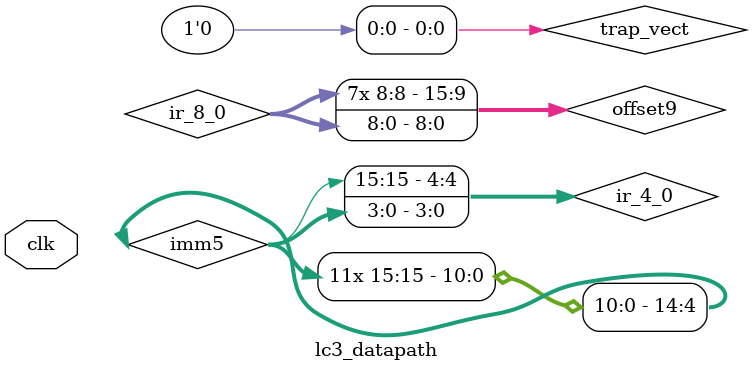
<source format=v>
`timescale 1ns / 1ps

`include "control_store_bits.vh"

module lc3_datapath(
    input clk
    );



    wire [15:0] BUS;
    
    wire[1:0] ADDR2MUX_signal, PCMUX_signal, ALUK_signal;
    wire LSHF1_signal, ADDR1MUX_signal, MARMUX_signal, SR2MUX_signal;
    
    wire [15:0] addr2_out, lshf1_out, addr1_out, adder_out;
    wire [15:0] sr1_out, sr2_out, alu_a, alu_b;
    wire LD_IR, LD_PC, LD_CC;

    wire [15:0] bus_mar, bus_pc, bus_alu, bus_shf, bus_mdr, new_pc; 
    reg [15:0] IR, PC, MAR, MDR;
    reg [2:0] NZP;
    
   
    
    wire [10:0] ir_10_0 = IR & 16'h07FF;
    wire [8:0] ir_8_0 = IR & 16'h01FF;
    wire [5:0] ir_5_0 = IR & 16'h002F;
    wire [4:0] ir_4_0 = IR & 16'h001F;
    wire [7:0] ir_7_0 = IR & 16'h00FF;
    
    wire [15:0] offset11 = {{5{ir_10_0[10]}}, ir_10_0};
    wire [15:0] offset9 = {{7{ir_8_0[8]}}, ir_8_0};   
    wire [15:0] offset6 = {{10{ir_5_0[5]}}, ir_5_0}; 
    wire [15:0] trap_vect = ((ir_7_0 & 16'h00FF)<<1);
    wire [15:0] imm5 = {{11{ir_4_0[4]}}, ir_4_0}; //imm5
    
    
    
    mux_4to1_16bit addr2_mux(0, offset6, offset9, offset11,ADDR2MUX_select, addr2_out);
        
    mux_2to1_16bit lshf1(addr2_out, addr2_out<<1 , LSHF1_signal, lshf1_out);
        
    mux_2to1_16bit addr1_mux(PC, sr1_out, ADDR1MUX_signal, addr1_out);
    
    adder add16bit(lshf1_out, addr1_mux, adder_out);
    
    mux_2to1_16bit mar_mux(trap_vect, adder_out, MARMUX_signal, bus_mar);
    
    mux_4to1_16bit pc_mux(PC, PC+2, BUS, PCMUX_signal, new_pc);
    
    mux_2to1_16bit sr2_mux(sr2_out, imm5, SR2MUX_signal, alu_b);
    
    assign alu_a = sr1_out;
    
    ALU alu(alu_a, alu_b, ALUK_signal, bus_alu);
    shf shf(sr1, offset6, bus_shf);
    
    always@(posedge clk)begin
        if(LD_IR)
            IR <= BUS;
         if(LD_PC)
            PC = new_pc;
    end
    
    
endmodule

</source>
